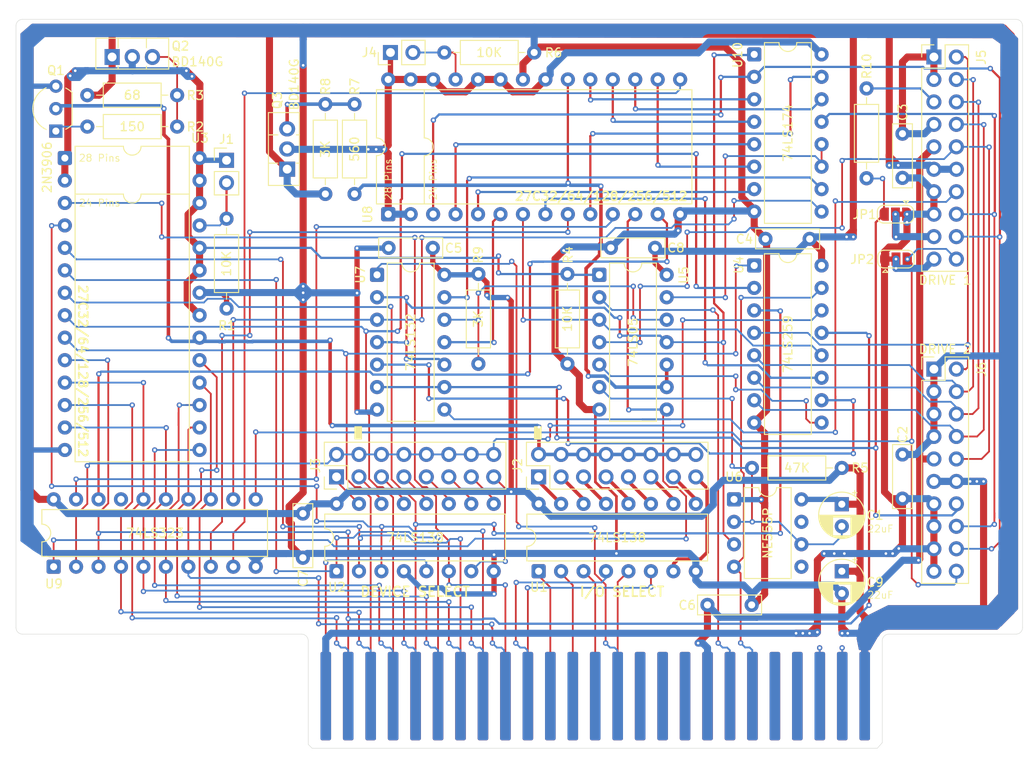
<source format=kicad_pcb>
(kicad_pcb
	(version 20241229)
	(generator "pcbnew")
	(generator_version "9.0")
	(general
		(thickness 1.6)
		(legacy_teardrops no)
	)
	(paper "A4")
	(layers
		(0 "F.Cu" signal)
		(2 "B.Cu" signal)
		(9 "F.Adhes" user "F.Adhesive")
		(11 "B.Adhes" user "B.Adhesive")
		(13 "F.Paste" user)
		(15 "B.Paste" user)
		(5 "F.SilkS" user "F.Silkscreen")
		(7 "B.SilkS" user "B.Silkscreen")
		(1 "F.Mask" user)
		(3 "B.Mask" user)
		(17 "Dwgs.User" user "User.Drawings")
		(19 "Cmts.User" user "User.Comments")
		(21 "Eco1.User" user "User.Eco1")
		(23 "Eco2.User" user "User.Eco2")
		(25 "Edge.Cuts" user)
		(27 "Margin" user)
		(31 "F.CrtYd" user "F.Courtyard")
		(29 "B.CrtYd" user "B.Courtyard")
		(35 "F.Fab" user)
		(33 "B.Fab" user)
		(39 "User.1" user)
		(41 "User.2" user)
		(43 "User.3" user)
		(45 "User.4" user)
	)
	(setup
		(pad_to_mask_clearance 0)
		(allow_soldermask_bridges_in_footprints no)
		(tenting front back)
		(pcbplotparams
			(layerselection 0x00000000_00000000_55555555_5755f5ff)
			(plot_on_all_layers_selection 0x00000000_00000000_00000000_00000000)
			(disableapertmacros no)
			(usegerberextensions no)
			(usegerberattributes yes)
			(usegerberadvancedattributes yes)
			(creategerberjobfile yes)
			(dashed_line_dash_ratio 12.000000)
			(dashed_line_gap_ratio 3.000000)
			(svgprecision 4)
			(plotframeref no)
			(mode 1)
			(useauxorigin no)
			(hpglpennumber 1)
			(hpglpenspeed 20)
			(hpglpendiameter 15.000000)
			(pdf_front_fp_property_popups yes)
			(pdf_back_fp_property_popups yes)
			(pdf_metadata yes)
			(pdf_single_document no)
			(dxfpolygonmode yes)
			(dxfimperialunits yes)
			(dxfusepcbnewfont yes)
			(psnegative no)
			(psa4output no)
			(plot_black_and_white yes)
			(sketchpadsonfab no)
			(plotpadnumbers no)
			(hidednponfab no)
			(sketchdnponfab yes)
			(crossoutdnponfab yes)
			(subtractmaskfromsilk no)
			(outputformat 1)
			(mirror no)
			(drillshape 1)
			(scaleselection 1)
			(outputdirectory "")
		)
	)
	(net 0 "")
	(net 1 "-12V")
	(net 2 "GND")
	(net 3 "+5V")
	(net 4 "Net-(U6-THR)")
	(net 5 "+12V")
	(net 6 "Net-(J1-Pin_2)")
	(net 7 "~{IOSEL}")
	(net 8 "Net-(J2-Pin_5)")
	(net 9 "Net-(J2-Pin_7)")
	(net 10 "/VCC_SWITCHED_1")
	(net 11 "Net-(J2-Pin_15)")
	(net 12 "Net-(J2-Pin_3)")
	(net 13 "Net-(J2-Pin_9)")
	(net 14 "Net-(J2-Pin_11)")
	(net 15 "Net-(J2-Pin_13)")
	(net 16 "Net-(J2-Pin_1)")
	(net 17 "Net-(J3-Pin_11)")
	(net 18 "Net-(J3-Pin_5)")
	(net 19 "Net-(J3-Pin_7)")
	(net 20 "Net-(J3-Pin_9)")
	(net 21 "Net-(J3-Pin_1)")
	(net 22 "Net-(J3-Pin_13)")
	(net 23 "Net-(J3-Pin_15)")
	(net 24 "Net-(J3-Pin_3)")
	(net 25 "Net-(J4-Pin_2)")
	(net 26 "/PH1")
	(net 27 "/PH0")
	(net 28 "/WR DATA")
	(net 29 "/W PROT")
	(net 30 "/RD DATA")
	(net 31 "/PH2")
	(net 32 "/PH3")
	(net 33 "Net-(J5-Pin_17)")
	(net 34 "/WR REQ")
	(net 35 "Net-(J5-Pin_19)")
	(net 36 "/~{ENBL 1}")
	(net 37 "Net-(J5-Pin_5)")
	(net 38 "/~{ENBL 2}")
	(net 39 "A12")
	(net 40 "D0")
	(net 41 "A10")
	(net 42 "A3")
	(net 43 "A14")
	(net 44 "D3")
	(net 45 "unconnected-(P1-Pin_40-Pad40)")
	(net 46 "2M")
	(net 47 "~{RESET}")
	(net 48 "unconnected-(P1-Pin_30-Pad30)")
	(net 49 "A4")
	(net 50 "~{EXTC}")
	(net 51 "unconnected-(P1-Pin_18-Pad18)")
	(net 52 "unconnected-(P1-Pin_38-Pad38)")
	(net 53 "D1")
	(net 54 "unconnected-(P1-Pin_29-Pad29)")
	(net 55 "A0")
	(net 56 "A15")
	(net 57 "D6")
	(net 58 "unconnected-(P1-Pin_36-Pad36)")
	(net 59 "A5")
	(net 60 "unconnected-(P1-Pin_22-Pad22)")
	(net 61 "~{EXTE}")
	(net 62 "Net-(P1-Pin_24)")
	(net 63 "~{EXT8}")
	(net 64 "unconnected-(P1-Pin_34-Pad34)")
	(net 65 "A8")
	(net 66 "D2")
	(net 67 "A2")
	(net 68 "D7")
	(net 69 "A7")
	(net 70 "Net-(P1-Pin_23)")
	(net 71 "A6")
	(net 72 "unconnected-(P1-Pin_21-Pad21)")
	(net 73 "~{EXT_MEM}")
	(net 74 "D4")
	(net 75 "D5")
	(net 76 "A9")
	(net 77 "A13")
	(net 78 "A11")
	(net 79 "unconnected-(P1-Pin_39-Pad39)")
	(net 80 "~{EXT6}")
	(net 81 "A1")
	(net 82 "Net-(Q1-E)")
	(net 83 "Net-(Q2-B)")
	(net 84 "Net-(Q3-B)")
	(net 85 "Net-(U8-~{CE})")
	(net 86 "Net-(R9-Pad2)")
	(net 87 "Net-(U4-Q6)")
	(net 88 "Net-(U4-Q5)")
	(net 89 "Net-(U4-Q7)")
	(net 90 "Net-(U4-Q4)")
	(net 91 "Net-(U10-D3)")
	(net 92 "Net-(U8-D1)")
	(net 93 "Net-(U10-~{Mr})")
	(net 94 "Net-(U8-A4)")
	(net 95 "Net-(U10-Q3)")
	(net 96 "Net-(U10-Cp)")
	(net 97 "Net-(U8-D3)")
	(net 98 "Net-(U10-Q5)")
	(net 99 "Net-(U10-Q2)")
	(net 100 "Net-(U8-A1)")
	(net 101 "Net-(U10-D2)")
	(net 102 "Net-(U8-D0)")
	(net 103 "Net-(U10-Q1)")
	(net 104 "unconnected-(U6-DIS-Pad7)")
	(net 105 "Net-(U10-D0)")
	(net 106 "unconnected-(U6-CV-Pad5)")
	(net 107 "Net-(U10-D5)")
	(net 108 "Net-(U8-D2)")
	(net 109 "Net-(U10-D1)")
	(net 110 "unconnected-(U9-Q7-Pad17)")
	(net 111 "/VCC_SWITCHED_2")
	(net 112 "/~{IOEN}")
	(net 113 "/~{DEVEN}")
	(footprint "Connector_PinHeader_2.54mm:PinHeader_1x02_P2.54mm_Vertical" (layer "F.Cu") (at 69.565185 66.517185))
	(footprint "Capacitor_THT:C_Rect_L7.0mm_W2.0mm_P5.00mm" (layer "F.Cu") (at 118.034185 76.423185 180))
	(footprint "Resistor_THT:R_Axial_DIN0207_L6.3mm_D2.5mm_P10.16mm_Horizontal" (layer "F.Cu") (at 94.203185 54.325185))
	(footprint "Connector_PinHeader_2.54mm:PinHeader_1x02_P2.54mm_Vertical" (layer "F.Cu") (at 88.107185 54.325185 90))
	(footprint "Capacitor_THT:CP_Radial_D5.0mm_P2.50mm" (layer "F.Cu") (at 139.161185 112.999185 -90))
	(footprint "Resistor_THT:R_Axial_DIN0207_L6.3mm_D2.5mm_P10.16mm_Horizontal" (layer "F.Cu") (at 84.043185 60.167185 -90))
	(footprint "Capacitor_THT:C_Rect_L7.0mm_W2.0mm_P5.00mm" (layer "F.Cu") (at 146.019185 104.791185 90))
	(footprint "Package_DIP:DIP-16_W7.62mm" (layer "F.Cu") (at 129.250185 54.539185))
	(footprint "Package_DIP:DIP-16_W7.62mm" (layer "F.Cu") (at 82.006185 112.994185 90))
	(footprint "Package_TO_SOT_THT:TO-92_Inline_Wide" (layer "F.Cu") (at 50.261185 63.215185 90))
	(footprint "Resistor_THT:R_Axial_DIN0207_L6.3mm_D2.5mm_P10.16mm_Horizontal" (layer "F.Cu") (at 141.955185 68.549185 90))
	(footprint "Capacitor_THT:CP_Radial_D5.0mm_P2.50mm" (layer "F.Cu") (at 139.156185 105.419185 -90))
	(footprint "Resistor_THT:R_Axial_DIN0207_L6.3mm_D2.5mm_P10.16mm_Horizontal" (layer "F.Cu") (at 53.817185 59.151185))
	(footprint "Package_DIP:DIP-16_W7.62mm" (layer "F.Cu") (at 104.866185 112.999185 90))
	(footprint "TK2000:DIP-28-24_W15.24mm" (layer "F.Cu") (at 87.853185 72.613185 90))
	(footprint "Package_DIP:DIP-14_W7.62mm" (layer "F.Cu") (at 111.729185 79.471185))
	(footprint "Resistor_THT:R_Axial_DIN0207_L6.3mm_D2.5mm_P10.16mm_Horizontal" (layer "F.Cu") (at 69.565185 73.121185 -90))
	(footprint "Capacitor_THT:C_Rect_L7.0mm_W2.0mm_P5.00mm" (layer "F.Cu") (at 146.019185 68.509185 90))
	(footprint "Jumper:SolderJumper-3_P1.3mm_Bridged12_RoundedPad1.0x1.5mm" (layer "F.Cu") (at 145.287185 77.693185))
	(footprint "Resistor_THT:R_Axial_DIN0207_L6.3mm_D2.5mm_P10.16mm_Horizontal" (layer "F.Cu") (at 98.053185 79.382185 -90))
	(footprint "TK2000:DIP-28-24_W15.24mm" (layer "F.Cu") (at 51.277185 66.263185))
	(footprint "Capacitor_THT:C_Rect_L7.0mm_W2.0mm_P5.00mm" (layer "F.Cu") (at 135.525185 75.407185 180))
	(footprint "Capacitor_THT:C_Rect_L7.0mm_W2.0mm_P5.00mm" (layer "F.Cu") (at 78.201185 106.475185 -90))
	(footprint "Capacitor_THT:C_Rect_L7.0mm_W2.0mm_P5.00mm" (layer "F.Cu") (at 92.893185 76.428185 180))
	(footprint "Package_TO_SOT_THT:TO-126-3_Vertical" (layer "F.Cu") (at 56.623185 54.833185))
	(footprint "Package_DIP:DIP-14_W7.62mm" (layer "F.Cu") (at 86.588185 79.471185))
	(footprint "Resistor_THT:R_Axial_DIN0207_L6.3mm_D2.5mm_P10.16mm_Horizontal"
		(layer "F.C
... [361696 chars truncated]
</source>
